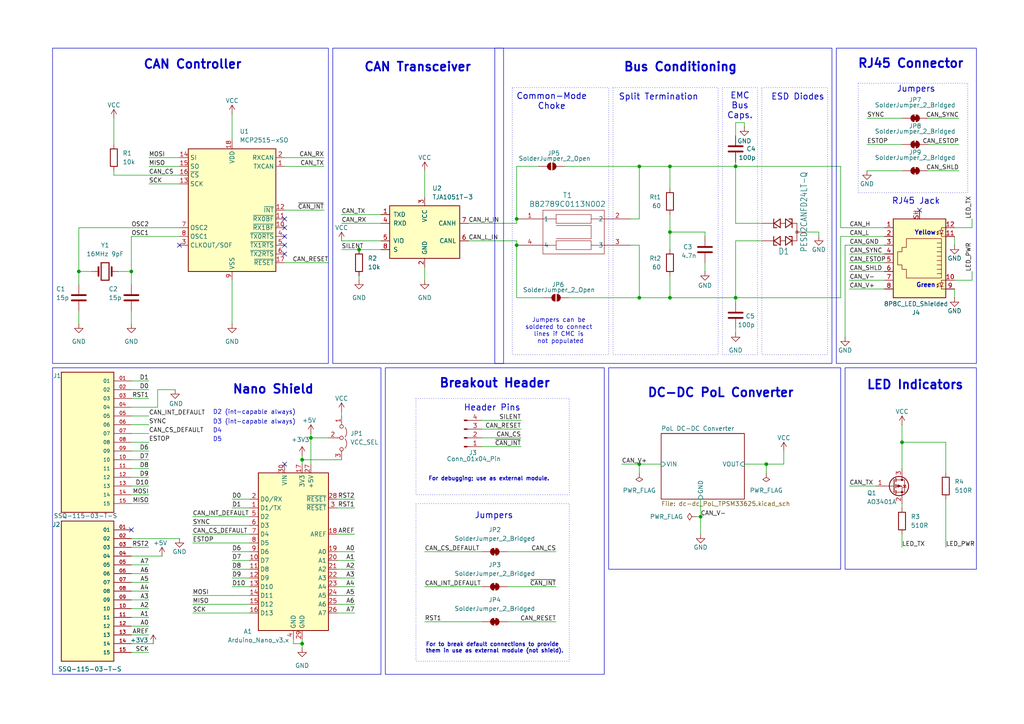
<source format=kicad_sch>
(kicad_sch (version 20250114) (generator "eeschema") (generator_version "9.0")
  (paper "A4")
  (lib_symbols
    (symbol "Connector:8P8C_LED_Shielded" (pin_names (offset 1.016))
      (property "Reference" "J" (at -5.08 13.97 0))
      (property "Value" "8P8C_LED_Shielded" (at 1.27 13.97 0))
      (symbol "8P8C_LED_Shielded_1_1"
        (pin passive line (at -10.16 10.16 0) (length 2.54) (name "~") (number "9"))
        (pin passive line (at -10.16 7.62 0) (length 2.54) (name "~") (number "10"))
        (pin passive line (at -10.16 -5.08 0) (length 2.54) (name "~") (number "11"))
        (pin passive line (at -10.16 -7.62 0) (length 2.54) (name "~") (number "12"))
        (pin passive line (at 0 -12.7 90) (length 2.54) (name "~") (number "SH"))
        (pin passive line (at 10.16 10.16 180) (length 2.54) (name "~") (number "8"))
        (pin passive line (at 10.16 7.62 180) (length 2.54) (name "~") (number "7"))
        (pin passive line (at 10.16 5.08 180) (length 2.54) (name "~") (number "6"))
        (pin passive line (at 10.16 2.54 180) (length 2.54) (name "~") (number "5"))
        (pin passive line (at 10.16 0 180) (length 2.54) (name "~") (number "4"))
        (pin passive line (at 10.16 -2.54 180) (length 2.54) (name "~") (number "3"))
        (pin passive line (at 10.16 -5.08 180) (length 2.54) (name "~") (number "2"))
        (pin passive line (at 10.16 -7.62 180) (length 2.54) (name "~") (number "1"))
      )
    )
    (symbol "Connector:Conn_01x04_Pin" (pin_names (offset 1.016) (hide yes))
      (property "Reference" "J" (at 0 5.08 0))
      (property "Value" "Conn_01x04_Pin" (at 0 -7.62 0))
      (symbol "Conn_01x04_Pin_1_1"
        (pin passive line (at 5.08 2.54 180) (length 3.81) (name "Pin_1") (number "1"))
        (pin passive line (at 5.08 0 180) (length 3.81) (name "Pin_2") (number "2"))
        (pin passive line (at 5.08 -2.54 180) (length 3.81) (name "Pin_3") (number "3"))
        (pin passive line (at 5.08 -5.08 180) (length 3.81) (name "Pin_4") (number "4"))
      )
    )
    (symbol "Device:C" (pin_numbers (hide yes)) (pin_names (offset 0.254))
      (property "Reference" "C" (at 0.635 2.54 0))
      (property "Value" "C" (at 0.635 -2.54 0))
      (symbol "C_1_1"
        (pin passive line (at 0 3.81 270) (length 2.794) (name "~") (number "1"))
        (pin passive line (at 0 -3.81 90) (length 2.794) (name "~") (number "2"))
      )
    )
    (symbol "Device:Crystal" (pin_numbers (hide yes)) (pin_names (offset 1.016) (hide yes))
      (property "Reference" "Y" (at 0 3.81 0))
      (property "Value" "Crystal" (at 0 -3.81 0))
      (symbol "Crystal_1_1"
        (pin passive line (at -3.81 0 0) (length 1.27) (name "1") (number "1"))
        (pin passive line (at 3.81 0 180) (length 1.27) (name "2") (number "2"))
      )
    )
    (symbol "Device:R" (pin_numbers (hide yes)) (pin_names (offset 0))
      (property "Reference" "R" (at 2.032 0 90))
      (property "Value" "R" (at 0 0 90))
      (symbol "R_1_1"
        (pin passive line (at 0 3.81 270) (length 1.27) (name "~") (number "1"))
        (pin passive line (at 0 -3.81 90) (length 1.27) (name "~") (number "2"))
      )
    )
    (symbol "Interface_CAN_LIN:MCP2515-xSO"
      (property "Reference" "U" (at -10.16 19.685 0))
      (property "Value" "MCP2515-xSO" (at 19.05 20.32 0))
      (symbol "MCP2515-xSO_1_1"
        (pin input line (at -15.24 15.24 0) (length 2.54) (name "SI") (number "14"))
        (pin output line (at -15.24 12.7 0) (length 2.54) (name "SO") (number "15"))
        (pin input line (at -15.24 10.16 0) (length 2.54) (name "~{CS}") (number "16"))
        (pin input line (at -15.24 7.62 0) (length 2.54) (name "SCK") (number "13"))
        (pin output line (at -15.24 -5.08 0) (length 2.54) (name "OSC2") (number "7"))
        (pin input line (at -15.24 -7.62 0) (length 2.54) (name "OSC1") (number "8"))
        (pin output line (at -15.24 -10.16 0) (length 2.54) (name "CLKOUT/SOF") (number "3"))
        (pin power_in line (at 0 20.32 270) (length 2.54) (name "VDD") (number "18"))
        (pin power_in line (at 0 -20.32 90) (length 2.54) (name "VSS") (number "9"))
        (pin input line (at 15.24 15.24 180) (length 2.54) (name "RXCAN") (number "2"))
        (pin output line (at 15.24 12.7 180) (length 2.54) (name "TXCAN") (number "1"))
        (pin output line (at 15.24 0 180) (length 2.54) (name "~{INT}") (number "12"))
        (pin output line (at 15.24 -2.54 180) (length 2.54) (name "~{RX0BF}") (number "11"))
        (pin output line (at 15.24 -5.08 180) (length 2.54) (name "~{RX1BF}") (number "10"))
        (pin input line (at 15.24 -7.62 180) (length 2.54) (name "~{TX0RTS}") (number "4"))
        (pin input line (at 15.24 -10.16 180) (length 2.54) (name "~{TX1RTS}") (number "5"))
        (pin input line (at 15.24 -12.7 180) (length 2.54) (name "~{TX2RTS}") (number "6"))
        (pin input line (at 15.24 -15.24 180) (length 2.54) (name "~{RESET}") (number "17"))
      )
    )
    (symbol "Interface_CAN_LIN:TJA1051T-3" (pin_names (offset 1.016))
      (property "Reference" "U" (at -10.16 8.89 0))
      (property "Value" "TJA1051T-3" (at 1.27 8.89 0))
      (symbol "TJA1051T-3_1_1"
        (pin input line (at -12.7 5.08 0) (length 2.54) (name "TXD") (number "1"))
        (pin output line (at -12.7 2.54 0) (length 2.54) (name "RXD") (number "4"))
        (pin power_in line (at -12.7 -2.54 0) (length 2.54) (name "VIO") (number "5"))
        (pin input line (at -12.7 -5.08 0) (length 2.54) (name "S") (number "8"))
        (pin power_in line (at 0 10.16 270) (length 2.54) (name "VCC") (number "3"))
        (pin power_in line (at 0 -10.16 90) (length 2.54) (name "GND") (number "2"))
        (pin bidirectional line (at 12.7 2.54 180) (length 2.54) (name "CANH") (number "7"))
        (pin bidirectional line (at 12.7 -2.54 180) (length 2.54) (name "CANL") (number "6"))
      )
    )
    (symbol "Jumper:Jumper_3_Open" (pin_names (offset 0) (hide yes)) (in_bom no)
      (property "Reference" "JP" (at -2.54 -2.54 0))
      (property "Value" "Jumper_3_Open" (at 0 2.794 0))
      (symbol "Jumper_3_Open_1_1"
        (pin passive line (at -6.35 0 0) (length 2.54) (name "A") (number "1"))
        (pin passive line (at 0 -3.81 90) (length 2.54) (name "C") (number "2"))
        (pin passive line (at 6.35 0 180) (length 2.54) (name "B") (number "3"))
      )
    )
    (symbol "Jumper:SolderJumper_2_Bridged" (pin_numbers (hide yes)) (pin_names (offset 0) (hide yes)) (exclude_from_sim yes) (in_bom no)
      (property "Reference" "JP" (at 0 2.032 0))
      (property "Value" "SolderJumper_2_Bridged" (at 0 -2.54 0))
      (symbol "SolderJumper_2_Bridged_1_1"
        (pin passive line (at -3.81 0 0) (length 2.54) (name "A") (number "1"))
        (pin passive line (at 3.81 0 180) (length 2.54) (name "B") (number "2"))
      )
    )
    (symbol "Jumper:SolderJumper_2_Open" (pin_numbers (hide yes)) (pin_names (offset 0) (hide yes)) (in_bom no)
      (property "Reference" "JP" (at 0 2.032 0))
      (property "Value" "SolderJumper_2_Open" (at 0 -2.54 0))
      (symbol "SolderJumper_2_Open_1_1"
        (pin passive line (at -3.81 0 0) (length 2.54) (name "A") (number "1"))
        (pin passive line (at 3.81 0 180) (length 2.54) (name "B") (number "2"))
      )
    )
    (symbol "MCU_Module:Arduino_Nano_v3.x"
      (property "Reference" "A" (at -10.16 23.495 0))
      (property "Value" "Arduino_Nano_v3.x" (at 5.08 -24.13 0))
      (symbol "Arduino_Nano_v3.x_1_1"
        (pin bidirectional line (at -12.7 15.24 0) (length 2.54) (name "D0/RX") (number "2"))
        (pin bidirectional line (at -12.7 12.7 0) (length 2.54) (name "D1/TX") (number "1"))
        (pin bidirectional line (at -12.7 10.16 0) (length 2.54) (name "D2") (number "5"))
        (pin bidirectional line (at -12.7 7.62 0) (length 2.54) (name "D3") (number "6"))
        (pin bidirectional line (at -12.7 5.08 0) (length 2.54) (name "D4") (number "7"))
        (pin bidirectional line (at -12.7 2.54 0) (length 2.54) (name "D5") (number "8"))
        (pin bidirectional line (at -12.7 0 0) (length 2.54) (name "D6") (number "9"))
        (pin bidirectional line (at -12.7 -2.54 0) (length 2.54) (name "D7") (number "10"))
        (pin bidirectional line (at -12.7 -5.08 0) (length 2.54) (name "D8") (number "11"))
        (pin bidirectional line (at -12.7 -7.62 0) (length 2.54) (name "D9") (number "12"))
        (pin bidirectional line (at -12.7 -10.16 0) (length 2.54) (name "D10") (number "13"))
        (pin bidirectional line (at -12.7 -12.7 0) (length 2.54) (name "D11") (number "14"))
        (pin bidirectional line (at -12.7 -15.24 0) (length 2.54) (name "D12") (number "15"))
        (pin bidirectional line (at -12.7 -17.78 0) (length 2.54) (name "D13") (number "16"))
        (pin power_in line (at -2.54 25.4 270) (length 2.54) (name "VIN") (number "30"))
        (pin power_in line (at 0 -25.4 90) (length 2.54) (name "GND") (number "4"))
        (pin power_out line (at 2.54 25.4 270) (length 2.54) (name "3V3") (number "17"))
        (pin power_in line (at 2.54 -25.4 90) (length 2.54) (name "GND") (number "29"))
        (pin power_out line (at 5.08 25.4 270) (length 2.54) (name "+5V") (number "27"))
        (pin input line (at 12.7 15.24 180) (length 2.54) (name "~{RESET}") (number "28"))
        (pin input line (at 12.7 12.7 180) (length 2.54) (name "~{RESET}") (number "3"))
        (pin input line (at 12.7 5.08 180) (length 2.54) (name "AREF") (number "18"))
        (pin bidirectional line (at 12.7 0 180) (length 2.54) (name "A0") (number "19"))
        (pin bidirectional line (at 12.7 -2.54 180) (length 2.54) (name "A1") (number "20"))
        (pin bidirectional line (at 12.7 -5.08 180) (length 2.54) (name "A2") (number "21"))
        (pin bidirectional line (at 12.7 -7.62 180) (length 2.54) (name "A3") (number "22"))
        (pin bidirectional line (at 12.7 -10.16 180) (length 2.54) (name "A4") (number "23"))
        (pin bidirectional line (at 12.7 -12.7 180) (length 2.54) (name "A5") (number "24"))
        (pin bidirectional line (at 12.7 -15.24 180) (length 2.54) (name "A6") (number "25"))
        (pin bidirectional line (at 12.7 -17.78 180) (length 2.54) (name "A7") (number "26"))
      )
    )
    (symbol "Transistor_FET:AO3401A" (pin_names (hide yes))
      (property "Reference" "Q" (at 5.08 1.905 0))
      (property "Value" "AO3401A" (at 5.08 0 0))
      (symbol "AO3401A_1_1"
        (pin input line (at -5.08 0 0) (length 2.54) (name "G") (number "1"))
        (pin passive line (at 2.54 5.08 270) (length 2.54) (name "D") (number "3"))
        (pin passive line (at 2.54 -5.08 90) (length 2.54) (name "S") (number "2"))
      )
    )
    (symbol "kml-custom:B82789C0113N002" (pin_names (offset 0.254))
      (property "Reference" "U" (at 20.32 7.62 0))
      (property "Value" "B82789C0113N002" (at 20.32 5.08 0))
      (symbol "B82789C0113N002_0_1"
        (pin unspecified line (at 3.81 0 0) (length 7.62) (name "1") (number "1"))
        (pin unspecified line (at 3.81 -7.62 0) (length 7.62) (name "4") (number "4"))
        (pin unspecified line (at 36.83 0 180) (length 7.62) (name "2") (number "2"))
        (pin unspecified line (at 36.83 -7.62 180) (length 7.62) (name "3") (number "3"))
      )
    )
    (symbol "kml-custom:PESD2CANFD24LT-Q"
      (property "Reference" "D1" (at -5.08 5.08 0))
      (property "Value" "PESD2CANFD24LT-Q" (at -5.08 -7.62 0))
      (symbol "PESD2CANFD24LT-Q_1_0"
        (pin passive line (at -7.62 2.54 0) (length 2.54) (name "1") (number "1"))
        (pin passive line (at -7.62 -2.54 0) (length 2.54) (name "2") (number "2"))
        (pin passive line (at 5.08 0 180) (length 2.54) (name "3") (number "3"))
      )
    )
    (symbol "kml-custom:SSQ-115-03-T-S" (pin_names (offset 1.016))
      (property "Reference" "J" (at -8.12 20.32 0))
      (property "Value" "SSQ-115-03-T-S" (at -7.62 -22.86 0))
      (symbol "SSQ-115-03-T-S_0_0"
        (pin passive line (at -12.7 17.78 0) (length 5.08) (name "01") (number "01"))
        (pin passive line (at -12.7 15.24 0) (length 5.08) (name "02") (number "02"))
        (pin passive line (at -12.7 12.7 0) (length 5.08) (name "03") (number "03"))
        (pin passive line (at -12.7 10.16 0) (length 5.08) (name "04") (number "04"))
        (pin passive line (at -12.7 7.62 0) (length 5.08) (name "05") (number "05"))
        (pin passive line (at -12.7 5.08 0) (length 5.08) (name "06") (number "06"))
        (pin passive line (at -12.7 2.54 0) (length 5.08) (name "07") (number "07"))
        (pin passive line (at -12.7 0 0) (length 5.08) (name "08") (number "08"))
        (pin passive line (at -12.7 -2.54 0) (length 5.08) (name "09") (number "09"))
        (pin passive line (at -12.7 -5.08 0) (length 5.08) (name "10") (number "10"))
        (pin passive line (at -12.7 -7.62 0) (length 5.08) (name "11") (number "11"))
        (pin passive line (at -12.7 -10.16 0) (length 5.08) (name "12") (number "12"))
        (pin passive line (at -12.7 -12.7 0) (length 5.08) (name "13") (number "13"))
        (pin passive line (at -12.7 -15.24 0) (length 5.08) (name "14") (number "14"))
        (pin passive line (at -12.7 -17.78 0) (length 5.08) (name "15") (number "15"))
      )
    )
    (symbol "power:+3V3" (power) (pin_numbers (hide yes)) (pin_names (offset 0) (hide yes))
      (property "Value" "+3V3" (at 0 3.556 0))
      (symbol "+3V3_1_1"
        (pin power_in line (at 0 0 90) (length 0) (name "~") (number "1"))
      )
    )
    (symbol "power:+5V" (power) (pin_numbers (hide yes)) (pin_names (offset 0) (hide yes))
      (property "Value" "+5V" (at 0 3.556 0))
      (symbol "+5V_1_1"
        (pin power_in line (at 0 0 90) (length 0) (name "~") (number "1"))
      )
    )
    (symbol "power:GND" (power) (pin_numbers (hide yes)) (pin_names (offset 0) (hide yes))
      (property "Value" "GND" (at 0 -3.81 0))
      (symbol "GND_1_1"
        (pin power_in line (at 0 0 270) (length 0) (name "~") (number "1"))
      )
    )
    (symbol "power:PWR_FLAG" (power) (pin_numbers (hide yes)) (pin_names (offset 0) (hide yes))
      (property "Value" "PWR_FLAG" (at 0 3.81 0))
      (symbol "PWR_FLAG_0_0"
        (pin power_out line (at 0 0 90) (length 0) (name "~") (number "1"))
      )
    )
    (symbol "power:VCC" (power) (pin_numbers (hide yes)) (pin_names (offset 0) (hide yes))
      (property "Value" "VCC" (at 0 3.556 0))
      (symbol "VCC_1_1"
        (pin power_in line (at 0 0 90) (length 0) (name "~") (number "1"))
      )
    )
  )
  (rectangle (start 96.52 13.97) (end 146.05 105.41))
  (rectangle (start 176.53 106.68) (end 243.84 165.1))
  (rectangle (start 143.51 13.97) (end 241.3 105.41))
  (rectangle (start 177.8 25.4) (end 208.28 102.87) (stroke (width 0) (type dot)))
  (rectangle (start 242.57 13.97) (end 283.21 105.41))
  (rectangle (start 148.59 25.4) (end 176.53 102.87) (stroke (width 0) (type dot)))
  (rectangle (start 111.76 106.68) (end 175.26 195.58))
  (rectangle (start 220.98 25.4) (end 240.03 102.87) (stroke (width 0) (type dot)))
  (rectangle (start 245.11 106.68) (end 283.21 165.1))
  (rectangle (start 120.65 115.57) (end 165.1 143.51) (stroke (width 0) (type dot)))
  (rectangle (start 15.24 13.97) (end 95.25 105.41))
  (rectangle (start 15.24 106.68) (end 110.49 195.58))
  (rectangle (start 120.65 146.05) (end 165.1 191.77) (stroke (width 0) (type dot)))
  (rectangle (start 248.92 24.13) (end 280.67 55.88) (stroke (width 0) (type dot)))
  (rectangle (start 209.55 25.4) (end 219.71 102.87) (stroke (width 0) (type dot)))
  (text "Header Pins" (at 142.748 118.364 0) (effects (font (size 1.778 1.778) (thickness 0.2223))))
  (text "EMC\nBus\nCaps." (at 214.63 30.734 0) (effects (font (size 1.778 1.778) (thickness 0.2223))))
  (text "For debugging; use as external module." (at 124.206 138.938 0) (effects (font (size 1.143 1.143) (thickness 0.2223)) (justify left)))
  (text "D5" (at 61.722 127.508 0) (effects (font (size 1.27 1.27)) (justify left)))
  (text "RJ45 Jack" (at 265.684 58.42 0) (effects (font (size 1.778 1.778) (thickness 0.2223))))
  (text "D4" (at 61.722 124.968 0) (effects (font (size 1.27 1.27)) (justify left)))
  (text "Bus Conditioning" (at 197.358 19.558 0) (effects (font (size 2.54 2.54) (thickness 0.508) (bold yes))))
  (text "Breakout Header" (at 143.51 111.252 0) (effects (font (size 2.54 2.54) (thickness 0.508) (bold yes))))
  (text "Jumpers" (at 143.256 149.606 0) (effects (font (size 1.778 1.778) (thickness 0.2223))))
  (text "CAN Controller" (at 55.88 18.796 0) (effects (font (size 2.54 2.54) (thickness 0.508) (bold yes))))
  (text "ESD Diodes" (at 231.394 28.194 0) (effects (font (size 1.778 1.778) (thickness 0.2223))))
  (text "For to break default connections to provide\nthem in use as external module (not shield)." (at 123.444 187.96 0) (effects (font (size 1.143 1.143) (thickness 0.2223)) (justify left)))
  (text "D3 (int-capable always)" (at 61.722 122.428 0) (effects (font (size 1.27 1.27)) (justify left)))
  (text "Split Termination" (at 191.008 28.194 0) (effects (font (size 1.778 1.778) (thickness 0.2223))))
  (text "Jumpers" (at 265.684 25.908 0) (effects (font (size 1.778 1.778) (thickness 0.2223))))
  (text "CAN Transceiver" (at 121.158 19.558 0) (effects (font (size 2.54 2.54) (thickness 0.508) (bold yes))))
  (text "RJ45 Connector" (at 264.16 18.542 0) (effects (font (size 2.54 2.54) (thickness 0.508) (bold yes))))
  (text "LED Indicators" (at 265.43 111.76 0) (effects (font (size 2.54 2.54) (thickness 0.508) (bold yes))))
  (text "CAN-Nano Configuration - Pinout for RJ45 connector\n\n+-----------------------------------------------------+\n| Pin | Signal		| Description                            \n+-----------------------------------------------------+\n| 1   | CAN_H		| CAN_H bus line (dominant high)           \n| 2   | CAN_L		| CAN_L bus line (dominant low)          \n| 3   | CAN_GND		| Ground / 0 V / V-                      \n| 4   | -			| SYNC pin connected to MCU                              \n| 5   | -			| ESTOP pin connected to MCU                                 \n| 6   | (CAN_SHLD)	| Optional (selectable*) CAN Shield                      \n| 7   | (GND)     	| VBUS ground                          \n| 8   | (CAN_V+)  	| VBUS +12V or +24V     \n+-----------------------------------------------------+\n\n* Shielding should be selectable as sometimes it is desirable to disconnect \n  the shield as it can create ground loops in large or complex setups" (at 300.482 86.36 0) (effects (font (size 1.27 1.27)) (justify left)))
  (text "Yellow" (at 265.176 68.326 0) (effects (font (size 1.27 1.27) (bold yes)) (justify left bottom)))
  (text "D2 (int-capable always)" (at 61.722 119.634 0) (effects (font (size 1.27 1.27)) (justify left)))
  (text "DC-DC PoL Converter" (at 209.042 114.046 0) (effects (font (size 2.54 2.54) (thickness 0.508) (bold yes))))
  (text "Jumpers can be \nsoldered to connect \nlines if CMC is \nnot populated" (at 162.56 96.012 0) (effects (font (size 1.27 1.27))))
  (text "Common-Mode\nChoke" (at 160.02 29.464 0) (effects (font (size 1.778 1.778) (thickness 0.2223))))
  (text "Table 7 - Pinout for RJ45 connector\n\n+----------------------------------------------------+\n| Pin | Signal		| Description                            \n+----------------------------------------------------+\n| 1   | CAN_H		| CAN_H bus line (dominant high)           \n| 2   | CAN_L		| CAN_L bus line (dominant low)          \n| 3   | CAN_GND		| Ground / 0 V / V-                      \n| 4   | -			| Reserved                               \n| 5   | -			| Reserved                                  \n| 6   | (CAN_SHLD)	| Optional CAN Shield                      \n| 7   | (GND)     	| Optional ground                          \n| 8   | (CAN_V+)  	| Optional CAN external positive supply     \n+----------------------------------------------------+\n\n© CiA 2017 - All rights reserved\n" (at 300.482 42.164 0) (effects (font (size 1.27 1.27)) (justify left)))
  (text "Nano Shield" (at 79.248 113.03 0) (effects (font (size 2.54 2.54) (thickness 0.508) (bold yes))))
  (text "Green" (at 265.684 83.566 0) (effects (font (size 1.27 1.27) (bold yes)) (justify left bottom)))
  (junction (at 87.63 133.35))
  (junction (at 185.42 86.36))
  (junction (at 194.31 48.26))
  (junction (at 261.62 128.27))
  (junction (at 90.17 127))
  (junction (at 213.36 48.26))
  (junction (at 149.86 63.5))
  (junction (at 104.14 72.39))
  (junction (at 87.63 186.69))
  (junction (at 222.25 134.62))
  (junction (at 22.86 78.74))
  (junction (at 194.31 86.36))
  (junction (at 185.42 48.26))
  (junction (at 149.86 71.12))
  (junction (at 213.36 86.36))
  (junction (at 38.1 78.74))
  (junction (at 185.42 134.62))
  (junction (at 194.31 67.31))
  (junction (at 203.2 149.86))
  (no_connect (at 82.55 71.12))
  (no_connect (at 38.1 153.67))
  (no_connect (at 266.7 60.96))
  (no_connect (at 82.55 66.04))
  (no_connect (at 82.55 73.66))
  (no_connect (at 82.55 134.62))
  (no_connect (at 82.55 68.58))
  (no_connect (at 82.55 63.5))
  (no_connect (at 52.07 71.12))
  (wire (pts (xy 246.38 83.82) (xy 256.54 83.82)))
  (wire (pts (xy 38.1 158.75) (xy 43.18 158.75)))
  (wire (pts (xy 43.18 45.72) (xy 52.07 45.72)))
  (wire (pts (xy 22.86 90.17) (xy 22.86 93.98)))
  (wire (pts (xy 245.11 71.12) (xy 256.54 71.12)))
  (wire (pts (xy 261.62 128.27) (xy 261.62 135.89)))
  (wire (pts (xy 246.38 81.28) (xy 256.54 81.28)))
  (wire (pts (xy 104.14 72.39) (xy 110.49 72.39)))
  (wire (pts (xy 102.87 175.26) (xy 97.79 175.26)))
  (wire (pts (xy 194.31 67.31) (xy 194.31 72.39)))
  (wire (pts (xy 237.49 68.58) (xy 237.49 67.31)))
  (wire (pts (xy 269.24 41.91) (xy 278.13 41.91)) (stroke (width 0.1524)))
  (wire (pts (xy 213.36 48.26) (xy 213.36 46.99)))
  (wire (pts (xy 43.18 48.26) (xy 52.07 48.26)))
  (wire (pts (xy 261.62 123.19) (xy 261.62 128.27)))
  (wire (pts (xy 43.18 120.65) (xy 38.1 120.65)))
  (wire (pts (xy 87.63 133.35) (xy 87.63 134.62)))
  (wire (pts (xy 213.36 69.85) (xy 220.98 69.85)))
  (wire (pts (xy 99.06 62.23) (xy 110.49 62.23)))
  (wire (pts (xy 261.62 146.05) (xy 261.62 147.32)))
  (wire (pts (xy 149.86 48.26) (xy 149.86 63.5)))
  (wire (pts (xy 38.1 82.55) (xy 38.1 78.74)))
  (wire (pts (xy 38.1 90.17) (xy 38.1 93.98)))
  (wire (pts (xy 33.02 50.8) (xy 52.07 50.8)))
  (wire (pts (xy 90.17 127) (xy 90.17 134.62)))
  (wire (pts (xy 102.87 154.94) (xy 97.79 154.94)))
  (wire (pts (xy 102.87 172.72) (xy 97.79 172.72)))
  (wire (pts (xy 87.63 133.35) (xy 99.06 133.35)))
  (wire (pts (xy 246.38 73.66) (xy 256.54 73.66)))
  (wire (pts (xy 102.87 162.56) (xy 97.79 162.56)))
  (wire (pts (xy 67.31 165.1) (xy 72.39 165.1)))
  (wire (pts (xy 185.42 63.5) (xy 182.88 63.5)))
  (wire (pts (xy 43.18 140.97) (xy 38.1 140.97)))
  (wire (pts (xy 55.88 172.72) (xy 67.31 172.72)) (stroke (width 0.1524)))
  (wire (pts (xy 38.1 161.29) (xy 46.99 161.29)))
  (wire (pts (xy 204.47 67.31) (xy 204.47 68.58)))
  (wire (pts (xy 85.09 186.69) (xy 85.09 185.42)))
  (wire (pts (xy 185.42 71.12) (xy 185.42 86.36)))
  (wire (pts (xy 139.7 170.18) (xy 123.19 170.18)) (stroke (width 0.1524)))
  (wire (pts (xy 87.63 132.08) (xy 87.63 133.35)))
  (wire (pts (xy 274.32 144.78) (xy 274.32 158.75)))
  (wire (pts (xy 55.88 175.26) (xy 67.31 175.26)) (stroke (width 0.1524)))
  (wire (pts (xy 276.86 71.12) (xy 276.86 68.58)))
  (wire (pts (xy 43.18 128.27) (xy 38.1 128.27)))
  (wire (pts (xy 147.32 170.18) (xy 161.29 170.18)) (stroke (width 0.1524)))
  (wire (pts (xy 276.86 86.36) (xy 276.86 83.82)))
  (wire (pts (xy 22.86 78.74) (xy 22.86 82.55)) (stroke (width 0.1524)))
  (wire (pts (xy 261.62 128.27) (xy 274.32 128.27)))
  (wire (pts (xy 215.9 35.56) (xy 215.9 36.83)))
  (wire (pts (xy 102.87 177.8) (xy 97.79 177.8)))
  (wire (pts (xy 243.84 68.58) (xy 243.84 86.36)))
  (wire (pts (xy 194.31 80.01) (xy 194.31 86.36)))
  (wire (pts (xy 194.31 67.31) (xy 204.47 67.31)))
  (wire (pts (xy 149.86 63.5) (xy 149.86 64.77)))
  (wire (pts (xy 102.87 165.1) (xy 97.79 165.1)))
  (wire (pts (xy 215.9 35.56) (xy 213.36 35.56)))
  (wire (pts (xy 213.36 95.25) (xy 213.36 96.52)))
  (wire (pts (xy 185.42 134.62) (xy 191.77 134.62)))
  (wire (pts (xy 43.18 113.03) (xy 38.1 113.03)))
  (wire (pts (xy 274.32 128.27) (xy 274.32 137.16)))
  (wire (pts (xy 281.94 66.04) (xy 276.86 66.04)))
  (wire (pts (xy 151.13 121.92) (xy 139.7 121.92)))
  (wire (pts (xy 43.18 176.53) (xy 38.1 176.53)))
  (wire (pts (xy 243.84 66.04) (xy 256.54 66.04)))
  (wire (pts (xy 261.62 34.29) (xy 251.46 34.29)) (stroke (width 0.1524)))
  (wire (pts (xy 204.47 76.2) (xy 204.47 78.74)))
  (wire (pts (xy 55.88 152.4) (xy 72.39 152.4)))
  (wire (pts (xy 22.86 66.04) (xy 52.07 66.04)) (stroke (width 0.1524)))
  (wire (pts (xy 185.42 86.36) (xy 194.31 86.36)))
  (wire (pts (xy 104.14 81.28) (xy 104.14 80.01)))
  (wire (pts (xy 185.42 71.12) (xy 182.88 71.12)))
  (wire (pts (xy 45.72 113.03) (xy 45.72 118.11)))
  (wire (pts (xy 43.18 166.37) (xy 38.1 166.37)))
  (wire (pts (xy 67.31 177.8) (xy 72.39 177.8)))
  (wire (pts (xy 139.7 180.34) (xy 123.19 180.34)) (stroke (width 0.1524)))
  (wire (pts (xy 147.32 160.02) (xy 161.29 160.02)) (stroke (width 0.1524)))
  (wire (pts (xy 194.31 62.23) (xy 194.31 67.31)))
  (wire (pts (xy 269.24 34.29) (xy 278.13 34.29)) (stroke (width 0.1524)))
  (wire (pts (xy 67.31 167.64) (xy 72.39 167.64)))
  (wire (pts (xy 163.83 48.26) (xy 185.42 48.26)))
  (wire (pts (xy 203.2 149.86) (xy 203.2 144.78)))
  (wire (pts (xy 222.25 137.16) (xy 222.25 134.62)))
  (wire (pts (xy 67.31 172.72) (xy 72.39 172.72)))
  (wire (pts (xy 90.17 127) (xy 95.25 127)))
  (wire (pts (xy 43.18 125.73) (xy 38.1 125.73)))
  (wire (pts (xy 261.62 154.94) (xy 261.62 158.75)))
  (wire (pts (xy 194.31 86.36) (xy 213.36 86.36)))
  (wire (pts (xy 43.18 173.99) (xy 38.1 173.99)))
  (wire (pts (xy 67.31 33.02) (xy 67.31 40.64)))
  (wire (pts (xy 269.24 49.53) (xy 278.13 49.53)) (stroke (width 0.1524)))
  (wire (pts (xy 43.18 163.83) (xy 38.1 163.83)))
  (wire (pts (xy 185.42 48.26) (xy 185.42 63.5)))
  (wire (pts (xy 55.88 177.8) (xy 67.31 177.8)) (stroke (width 0.1524)))
  (wire (pts (xy 67.31 162.56) (xy 72.39 162.56)))
  (wire (pts (xy 95.25 76.2) (xy 82.55 76.2)))
  (wire (pts (xy 135.89 64.77) (xy 149.86 64.77)))
  (wire (pts (xy 261.62 49.53) (xy 251.46 49.53)) (stroke (width 0.1524)))
  (wire (pts (xy 213.36 64.77) (xy 220.98 64.77)))
  (wire (pts (xy 123.19 77.47) (xy 123.19 81.28)))
  (wire (pts (xy 33.02 34.29) (xy 33.02 41.91)))
  (wire (pts (xy 99.06 72.39) (xy 104.14 72.39)))
  (wire (pts (xy 99.06 64.77) (xy 110.49 64.77)))
  (wire (pts (xy 55.88 149.86) (xy 72.39 149.86)))
  (wire (pts (xy 38.1 186.69) (xy 44.45 186.69)))
  (wire (pts (xy 43.18 133.35) (xy 38.1 133.35)))
  (wire (pts (xy 38.1 78.74) (xy 34.29 78.74)))
  (wire (pts (xy 38.1 68.58) (xy 38.1 78.74)) (stroke (width 0.1524)))
  (wire (pts (xy 87.63 187.96) (xy 87.63 186.69)))
  (wire (pts (xy 135.89 69.85) (xy 149.86 69.85)))
  (wire (pts (xy 139.7 160.02) (xy 123.19 160.02)) (stroke (width 0.1524)))
  (wire (pts (xy 281.94 81.28) (xy 276.86 81.28)))
  (wire (pts (xy 227.33 130.81) (xy 227.33 134.62)))
  (wire (pts (xy 50.8 113.03) (xy 45.72 113.03)))
  (wire (pts (xy 149.86 69.85) (xy 149.86 71.12)))
  (wire (pts (xy 102.87 147.32) (xy 97.79 147.32)))
  (wire (pts (xy 246.38 76.2) (xy 256.54 76.2)))
  (wire (pts (xy 213.36 48.26) (xy 243.84 48.26)))
  (wire (pts (xy 201.93 149.86) (xy 203.2 149.86)))
  (wire (pts (xy 227.33 134.62) (xy 222.25 134.62)))
  (wire (pts (xy 82.55 45.72) (xy 93.98 45.72)))
  (wire (pts (xy 147.32 180.34) (xy 161.29 180.34)) (stroke (width 0.1524)))
  (wire (pts (xy 149.86 71.12) (xy 149.86 86.36)))
  (wire (pts (xy 149.86 86.36) (xy 157.48 86.36)))
  (wire (pts (xy 149.86 48.26) (xy 156.21 48.26)))
  (wire (pts (xy 246.38 140.97) (xy 254 140.97)))
  (wire (pts (xy 85.09 186.69) (xy 87.63 186.69)))
  (wire (pts (xy 43.18 53.34) (xy 52.07 53.34)))
  (wire (pts (xy 67.31 144.78) (xy 72.39 144.78)))
  (wire (pts (xy 38.1 189.23) (xy 43.18 189.23)))
  (wire (pts (xy 90.17 125.73) (xy 90.17 127)))
  (wire (pts (xy 82.55 48.26) (xy 93.98 48.26)))
  (wire (pts (xy 93.98 60.96) (xy 82.55 60.96)))
  (wire (pts (xy 43.18 138.43) (xy 38.1 138.43)))
  (wire (pts (xy 67.31 160.02) (xy 72.39 160.02)))
  (wire (pts (xy 33.02 49.53) (xy 33.02 50.8)))
  (wire (pts (xy 151.13 127) (xy 139.7 127)))
  (wire (pts (xy 55.88 154.94) (xy 72.39 154.94)))
  (wire (pts (xy 213.36 86.36) (xy 243.84 86.36)))
  (wire (pts (xy 43.18 130.81) (xy 38.1 130.81)))
  (wire (pts (xy 43.18 181.61) (xy 38.1 181.61)))
  (wire (pts (xy 151.13 129.54) (xy 139.7 129.54)))
  (wire (pts (xy 243.84 66.04) (xy 243.84 48.26)))
  (wire (pts (xy 38.1 123.19) (xy 43.18 123.19)))
  (wire (pts (xy 246.38 78.74) (xy 256.54 78.74)))
  (wire (pts (xy 43.18 179.07) (xy 38.1 179.07)))
  (wire (pts (xy 222.25 134.62) (xy 215.9 134.62)))
  (wire (pts (xy 102.87 144.78) (xy 97.79 144.78)))
  (wire (pts (xy 194.31 48.26) (xy 194.31 54.61)))
  (wire (pts (xy 67.31 175.26) (xy 72.39 175.26)))
  (wire (pts (xy 67.31 170.18) (xy 72.39 170.18)))
  (wire (pts (xy 185.42 137.16) (xy 185.42 134.62)))
  (wire (pts (xy 45.72 118.11) (xy 38.1 118.11)))
  (wire (pts (xy 38.1 156.21) (xy 52.07 156.21)))
  (wire (pts (xy 99.06 69.85) (xy 110.49 69.85)))
  (wire (pts (xy 203.2 149.86) (xy 203.2 154.94)))
  (wire (pts (xy 213.36 86.36) (xy 213.36 87.63)))
  (wire (pts (xy 180.34 134.62) (xy 185.42 134.62)))
  (wire (pts (xy 43.18 168.91) (xy 38.1 168.91)))
  (wire (pts (xy 67.31 93.98) (xy 67.31 81.28)))
  (wire (pts (xy 123.19 49.53) (xy 123.19 57.15)))
  (wire (pts (xy 43.18 171.45) (xy 38.1 171.45)))
  (wire (pts (xy 43.18 143.51) (xy 38.1 143.51)))
  (wire (pts (xy 102.87 160.02) (xy 97.79 160.02)))
  (wire (pts (xy 151.13 124.46) (xy 139.7 124.46)))
  (wire (pts (xy 213.36 48.26) (xy 213.36 64.77)))
  (wire (pts (xy 43.18 146.05) (xy 38.1 146.05)))
  (wire (pts (xy 22.86 78.74) (xy 26.67 78.74)) (stroke (width 0.1524)))
  (wire (pts (xy 102.87 170.18) (xy 97.79 170.18)))
  (wire (pts (xy 281.94 63.5) (xy 281.94 66.04)))
  (wire (pts (xy 38.1 68.58) (xy 52.07 68.58)) (stroke (width 0.1524)))
  (wire (pts (xy 99.06 119.38) (xy 99.06 120.65)))
  (wire (pts (xy 245.11 97.79) (xy 245.11 71.12)))
  (wire (pts (xy 55.88 157.48) (xy 72.39 157.48)))
  (wire (pts (xy 87.63 185.42) (xy 87.63 186.69)))
  (wire (pts (xy 213.36 69.85) (xy 213.36 86.36)))
  (wire (pts (xy 38.1 184.15) (xy 43.18 184.15)))
  (wire (pts (xy 67.31 147.32) (xy 72.39 147.32)))
  (wire (pts (xy 243.84 68.58) (xy 256.54 68.58)))
  (wire (pts (xy 194.31 48.26) (xy 213.36 48.26)))
  (wire (pts (xy 165.1 86.36) (xy 185.42 86.36)))
  (wire (pts (xy 281.94 78.74) (xy 281.94 81.28)))
  (wire (pts (xy 43.18 110.49) (xy 38.1 110.49)))
  (wire (pts (xy 213.36 35.56) (xy 213.36 39.37)))
  (wire (pts (xy 261.62 41.91) (xy 251.46 41.91)) (stroke (width 0.1524)))
  (wire (pts (xy 185.42 48.26) (xy 194.31 48.26)))
  (wire (pts (xy 43.18 115.57) (xy 38.1 115.57)))
  (wire (pts (xy 22.86 66.04) (xy 22.86 78.74)) (stroke (width 0.1524)))
  (wire (pts (xy 102.87 167.64) (xy 97.79 167.64)))
  (wire (pts (xy 237.49 67.31) (xy 233.68 67.31)))
  (wire (pts (xy 43.18 135.89) (xy 38.1 135.89)))
  (label "RST1" (at 102.87 147.32 180))
  (label "A0" (at 102.87 160.02 180))
  (label "A1" (at 43.18 179.07 180))
  (label "A3" (at 102.87 167.64 180))
  (label "A5" (at 43.18 168.91 180))
  (label "LED_TX" (at 281.94 63.5 90) (effects (font (size 1.2446 1.2446))))
  (label "RST2" (at 102.87 144.78 180))
  (label "CAN_TX" (at 246.38 140.97 0) (effects (font (size 1.2446 1.2446))))
  (label "CAN_INT_DEFAULT" (at 123.19 170.18 0) (effects (font (size 1.2446 1.2446))))
  (label "ESTOP" (at 55.88 157.48 0))
  (label "CAN_SYNC" (at 278.13 34.29 180) (effects (font (size 1.2446 1.2446))))
  (label "ESTOP" (at 43.18 128.27 0))
  (label "CAN_RX" (at 93.98 45.72 180) (effects (font (size 1.2446 1.2446))))
  (label "A6" (at 102.87 175.26 180))
  (label "CAN_TX" (at 93.98 48.26 180) (effects (font (size 1.2446 1.2446))))
  (label "A0" (at 43.18 181.61 180))
  (label "D1" (at 43.18 110.49 180))
  (label "LED_PWR" (at 281.94 78.74 90) (effects (font (size 1.2446 1.2446))))
  (label "SYNC" (at 55.88 152.4 0))
  (label "CAN_CS_DEFAULT" (at 43.18 125.73 0) (effects (font (size 1.2446 1.2446))))
  (label "CAN_GND" (at 246.38 71.12 0) (effects (font (size 1.2446 1.2446))))
  (label "~{CAN_INT}" (at 93.98 60.96 180) (effects (font (size 1.2446 1.2446))))
  (label "CAN_SHLD" (at 278.13 49.53 180) (effects (font (size 1.2446 1.2446))))
  (label "CAN_TX" (at 99.06 62.23 0) (effects (font (size 1.2446 1.2446))))
  (label "CAN_SHLD" (at 246.38 78.74 0) (effects (font (size 1.2446 1.2446))))
  (label "A6" (at 43.18 166.37 180))
  (label "CAN_CS" (at 151.13 127 180) (effects (font (size 1.2446 1.2446))))
  (label "SCK" (at 43.18 53.34 0) (effects (font (size 1.2446 1.2446))))
  (label "SYNC" (at 251.46 34.29 0))
  (label "A3" (at 43.18 173.99 180))
  (label "AREF" (at 102.87 154.94 180))
  (label "CAN_V+" (at 180.34 134.62 0) (effects (font (size 1.2446 1.2446))))
  (label "D6" (at 43.18 130.81 180))
  (label "D10" (at 67.31 170.18 0))
  (label "OSC1" (at 38.1 68.58 0) (effects (font (size 1.2446 1.2446))))
  (label "A7" (at 102.87 177.8 180))
  (label "A4" (at 102.87 170.18 180))
  (label "D0" (at 67.31 144.78 0))
  (label "CAN_RESET" (at 95.25 76.2 180) (effects (font (size 1.2446 1.2446))))
  (label "SCK" (at 55.88 177.8 0) (effects (font (size 1.2446 1.2446))))
  (label "D7" (at 67.31 162.56 0))
  (label "CAN_H" (at 246.38 66.04 0) (effects (font (size 1.2446 1.2446))))
  (label "MISO" (at 43.18 48.26 0) (effects (font (size 1.2446 1.2446))))
  (label "A1" (at 102.87 162.56 180))
  (label "CAN_L_IN" (at 135.89 69.85 0) (effects (font (size 1.2446 1.2446))))
  (label "CAN_CS" (at 161.29 160.02 180) (effects (font (size 1.2446 1.2446))))
  (label "D10" (at 43.18 140.97 180))
  (label "MOSI" (at 43.18 143.51 180) (effects (font (size 1.2446 1.2446))))
  (label "A2" (at 102.87 165.1 180))
  (label "CAN_ESTOP" (at 246.38 76.2 0) (effects (font (size 1.2446 1.2446))))
  (label "A2" (at 43.18 176.53 180))
  (label "SILENT" (at 99.06 72.39 0) (effects (font (size 1.2446 1.2446))))
  (label "CAN_H_IN" (at 135.89 64.77 0) (effects (font (size 1.2446 1.2446))))
  (label "D0" (at 43.18 113.03 180))
  (label "D8" (at 67.31 165.1 0))
  (label "CAN_INT_DEFAULT" (at 55.88 149.86 0) (effects (font (size 1.2446 1.2446))))
  (label "~{CAN_INT}" (at 161.29 170.18 180) (effects (font (size 1.2446 1.2446))))
  (label "D9" (at 43.18 138.43 180))
  (label "D8" (at 43.18 135.89 180))
  (label "OSC2" (at 38.1 66.04 0) (effects (font (size 1.2446 1.2446))))
  (label "SILENT" (at 151.13 121.92 180) (effects (font (size 1.2446 1.2446))))
  (label "SCK" (at 43.18 189.23 180) (effects (font (size 1.2446 1.2446))))
  (label "CAN_V-" (at 203.2 149.86 0) (effects (font (size 1.2446 1.2446))))
  (label "D6" (at 67.31 160.02 0))
  (label "LED_TX" (at 261.62 158.75 0) (effects (font (size 1.2446 1.2446))))
  (label "CAN_SYNC" (at 246.38 73.66 0) (effects (font (size 1.2446 1.2446))))
  (label "MOSI" (at 43.18 45.72 0) (effects (font (size 1.2446 1.2446))))
  (label "CAN_CS_DEFAULT" (at 55.88 154.94 0) (effects (font (size 1.2446 1.2446))))
  (label "A5" (at 102.87 172.72 180))
  (label "AREF" (at 43.18 184.15 180))
  (label "MOSI" (at 55.88 172.72 0) (effects (font (size 1.2446 1.2446))))
  (label "RST2" (at 43.18 158.75 180))
  (label "D9" (at 67.31 167.64 0))
  (label "CAN_ESTOP" (at 278.13 41.91 180) (effects (font (size 1.2446 1.2446))))
  (label "MISO" (at 55.88 175.26 0) (effects (font (size 1.2446 1.2446))))
  (label "CAN_RESET" (at 151.13 124.46 180) (effects (font (size 1.2446 1.2446))))
  (label "D1" (at 67.31 147.32 0))
  (label "CAN_V-" (at 246.38 81.28 0) (effects (font (size 1.2446 1.2446))))
  (label "ESTOP" (at 251.46 41.91 0))
  (label "LED_PWR" (at 274.32 158.75 0) (effects (font (size 1.2446 1.2446))))
  (label "SYNC" (at 43.18 123.19 0))
  (label "MISO" (at 43.18 146.05 180) (effects (font (size 1.2446 1.2446))))
  (label "A4" (at 43.18 171.45 180))
  (label "RST1" (at 43.18 115.57 180))
  (label "CAN_CS" (at 43.18 50.8 0) (effects (font (size 1.2446 1.2446))))
  (label "RST1" (at 123.19 180.34 0))
  (label "A7" (at 43.18 163.83 180))
  (label "CAN_CS_DEFAULT" (at 123.19 160.02 0) (effects (font (size 1.2446 1.2446))))
  (label "D7" (at 43.18 133.35 180))
  (label "~{CAN_INT}" (at 151.13 129.54 180) (effects (font (size 1.2446 1.2446))))
  (label "CAN_V+" (at 246.38 83.82 0) (effects (font (size 1.2446 1.2446))))
  (label "CAN_L" (at 246.38 68.58 0) (effects (font (size 1.2446 1.2446))))
  (label "CAN_RESET" (at 161.29 180.34 180) (effects (font (size 1.2446 1.2446))))
  (label "CAN_INT_DEFAULT" (at 43.18 120.65 0) (effects (font (size 1.2446 1.2446))))
  (label "CAN_RX" (at 99.06 64.77 0) (effects (font (size 1.2446 1.2446))))
  (symbol (lib_id "Interface_CAN_LIN:TJA1051T-3") (at 123.19 67.31 0) (unit 1)
    (property "Reference" "U2" (at 125.3841 54.61 0) (effects (justify left)))
    (property "Value" "TJA1051T-3" (at 125.3841 57.15 0) (effects (justify left)))
    (property "Footprint" "Package_SO:SOIC-8_3.9x4.9mm_P1.27mm" (effects (hide yes)))
    (property "Datasheet" "http://www.nxp.com/docs/en/data-sheet/TJA1051.pdf" (effects (hide yes)))
    (property "Description" "High-Speed CAN Transceiver, separate VIO, silent mode, SOIC-8" (effects (hide yes)))
  )
  (symbol (lib_id "Jumper:SolderJumper_2_Bridged") (at 143.51 180.34 0) (unit 1) (in_bom no)
    (property "Reference" "JP4" (at 143.51 173.99 0))
    (property "Value" "SolderJumper_2_Bridged" (at 143.51 176.53 0))
    (property "Footprint" "Jumper:SolderJumper-2_P1.3mm_Bridged_RoundedPad1.0x1.5mm" (effects (hide yes)))
    (property "Description" "Solder Jumper, 2-pole, closed/bridged" (effects (hide yes)))
  )
  (symbol (lib_id "Device:R") (at 261.62 151.13 0) (unit 1)
    (property "Reference" "R3" (at 264.16 149.8599 0) (effects (justify left)))
    (property "Value" "510R" (at 264.16 152.3999 0) (effects (justify left)))
    (property "Footprint" "Resistor_SMD:R_0805_2012Metric_Pad1.20x1.40mm_HandSolder" (effects (hide yes)))
    (property "Description" "Resistor" (effects (hide yes)))
  )
  (symbol (lib_id "power:VCC") (at 99.06 119.38 0) (unit 1)
    (property "Reference" "#PWR014" (effects (hide yes)))
    (property "Value" "VCC" (at 99.06 115.57 0))
    (property "Description" "Power symbol creates a global label with name \"VCC\"" (effects (hide yes)))
  )
  (symbol (lib_id "Jumper:SolderJumper_2_Bridged") (at 265.43 34.29 0) (unit 1) (in_bom no)
    (property "Reference" "JP7" (at 265.43 28.956 0))
    (property "Value" "SolderJumper_2_Bridged" (at 265.43 30.48 0))
    (property "Footprint" "Jumper:SolderJumper-2_P1.3mm_Bridged_RoundedPad1.0x1.5mm" (effects (hide yes)))
    (property "Description" "Solder Jumper, 2-pole, closed/bridged" (effects (hide yes)))
  )
  (symbol (lib_id "Jumper:SolderJumper_2_Open") (at 161.29 86.36 0) (unit 1) (in_bom no)
    (property "Reference" "JP6" (at 160.02 82.55 0) (effects (justify left)))
    (property "Value" "SolderJumper_2_Open" (at 151.638 84.074 0) (effects (justify left)))
    (property "Footprint" "Jumper:SolderJumper-2_P1.3mm_Open_RoundedPad1.0x1.5mm" (effects (hide yes)))
    (property "Description" "Solder Jumper, 2-pole, open" (effects (hide yes)))
  )
  (symbol (lib_id "Jumper:SolderJumper_2_Bridged") (at 265.43 49.53 0) (unit 1) (in_bom no)
    (property "Reference" "JP9" (at 265.43 44.196 0))
    (property "Value" "SolderJumper_2_Bridged" (at 265.43 45.72 0))
    (property "Footprint" "Jumper:SolderJumper-2_P1.3mm_Bridged_RoundedPad1.0x1.5mm" (effects (hide yes)))
    (property "Description" "Solder Jumper, 2-pole, closed/bridged" (effects (hide yes)))
  )
  (symbol (lib_id "power:GND") (at 251.46 49.53 0) (mirror y) (unit 1)
    (property "Reference" "#PWR025" (effects (hide yes)))
    (property "Value" "GND" (at 251.46 53.34 0))
    (property "Description" "Power symbol creates a global label with name \"GND\" , ground" (effects (hide yes)))
  )
  (symbol (lib_id "power:GND") (at 67.31 93.98 0) (unit 1)
    (property "Reference" "#PWR09" (effects (hide yes)))
    (property "Value" "GND" (at 67.31 99.06 0))
    (property "Description" "Power symbol creates a global label with name \"GND\" , ground" (effects (hide yes)))
  )
  (symbol (lib_id "Transistor_FET:AO3401A") (at 259.08 140.97 0) (unit 1)
    (property "Reference" "Q1" (at 251.46 143.002 0) (effects (justify left)))
    (property "Value" "AO3401A" (at 251.46 145.542 0) (effects (justify left)))
    (property "Footprint" "Package_TO_SOT_SMD:SOT-23" (effects (hide yes)))
    (property "Datasheet" "http://www.aosmd.com/pdfs/datasheet/AO3401A.pdf" (effects (hide yes)))
    (property "Description" "-4.0A Id, -30V Vds, P-Channel MOSFET, SOT-23" (effects (hide yes)))
  )
  (symbol (lib_id "power:GND") (at 87.63 187.96 0) (unit 1)
    (property "Reference" "#PWR011" (effects (hide yes)))
    (property "Value" "GND" (at 87.63 193.04 0))
    (property "Description" "Power symbol creates a global label with name \"GND\" , ground" (effects (hide yes)))
  )
  (symbol (lib_id "power:VCC") (at 67.31 33.02 0) (unit 1)
    (property "Reference" "#PWR08" (effects (hide yes)))
    (property "Value" "VCC" (at 67.31 29.21 0))
    (property "Description" "Power symbol creates a global label with name \"VCC\"" (effects (hide yes)))
  )
  (symbol (lib_id "Device:R") (at 194.31 58.42 0) (mirror y) (unit 1)
    (property "Reference" "Rt1" (at 191.77 57.1499 0) (effects (justify left)))
    (property "Value" "60" (at 191.77 59.6899 0) (effects (justify left)))
    (property "Footprint" "Resistor_SMD:R_0603_1608Metric_Pad0.98x0.95mm_HandSolder" (effects (hide yes)))
    (property "Description" "Resistor" (effects (hide yes)))
  )
  (symbol (lib_id "power:GND") (at 104.14 81.28 0) (unit 1)
    (property "Reference" "#PWR015" (effects (hide yes)))
    (property "Value" "GND" (at 104.14 86.36 0))
    (property "Description" "Power symbol creates a global label with name \"GND\" , ground" (effects (hide yes)))
  )
  (symbol (lib_id "power:GND") (at 50.8 113.03 0) (mirror y) (unit 1)
    (property "Reference" "#PWR06" (effects (hide yes)))
    (property "Value" "GND" (at 51.054 117.094 0))
    (property "Description" "Power symbol creates a global label with name \"GND\" , ground" (effects (hide yes)))
  )
  (symbol (lib_id "power:GND") (at 123.19 81.28 0) (unit 1)
    (property "Reference" "#PWR017" (effects (hide yes)))
    (property "Value" "GND" (at 123.19 86.36 0))
    (property "Description" "Power symbol creates a global label with name \"GND\" , ground" (effects (hide yes)))
  )
  (symbol (lib_id "kml-custom:SSQ-115-03-T-S") (at 25.4 128.27 0) (mirror y) (unit 1)
    (property "Reference" "J1" (at 17.78 108.966 0) (effects (justify left)))
    (property "Value" "SSQ-115-03-T-S" (at 34.036 149.606 0) (effects (justify left)))
    (property "Footprint" "kml-custom:SAMTEC_SSQ-115-03-T-S" (effects (hide yes)))
    (property "PARTREV" "R" (effects (hide yes)))
    (property "STANDARD" "Manufacturer Recommendations" (effects (hide yes)))
    (property "MANUFACTURER" "Samtec" (effects (hide yes)))
  )
  (symbol (lib_id "power:PWR_FLAG") (at 222.25 137.16 180) (unit 1)
    (property "Reference" "#FLG04" (effects (hide yes)))
    (property "Value" "PWR_FLAG" (at 222.25 142.24 0))
    (property "Description" "Special symbol for telling ERC where power comes from" (effects (hide yes)))
  )
  (symbol (lib_id "power:VCC") (at 99.06 69.85 0) (unit 1)
    (property "Reference" "#PWR013" (effects (hide yes)))
    (property "Value" "VCC" (at 99.06 66.04 0))
    (property "Description" "Power symbol creates a global label with name \"VCC\"" (effects (hide yes)))
  )
  (symbol (lib_id "Device:R") (at 194.31 76.2 0) (mirror y) (unit 1)
    (property "Reference" "Rt2" (at 191.77 74.9299 0) (effects (justify left)))
    (property "Value" "60" (at 191.77 77.4699 0) (effects (justify left)))
    (property "Footprint" "Resistor_SMD:R_0603_1608Metric_Pad0.98x0.95mm_HandSolder" (effects (hide yes)))
    (property "Description" "Resistor" (effects (hide yes)))
  )
  (symbol (lib_id "Device:R") (at 274.32 140.97 0) (unit 1)
    (property "Reference" "R4" (at 276.86 139.6999 0) (effects (justify left)))
    (property "Value" "510R" (at 276.86 142.2399 0) (effects (justify left)))
    (property "Footprint" "Resistor_SMD:R_0805_2012Metric_Pad1.20x1.40mm_HandSolder" (effects (hide yes)))
    (property "Description" "Resistor" (effects (hide yes)))
  )
  (symbol (lib_id "Device:C") (at 38.1 86.36 0) (unit 1)
    (property "Reference" "C2" (at 31.496 83.82 0) (effects (justify left)))
    (property "Value" "15p" (at 31.496 86.36 0) (effects (justify left)))
    (property "Footprint" "Capacitor_SMD:C_0603_1608Metric_Pad1.08x0.95mm_HandSolder" (effects (hide yes)))
    (property "Description" "Unpolarized capacitor" (effects (hide yes)))
  )
  (symbol (lib_id "power:GND") (at 203.2 154.94 0) (mirror y) (unit 1)
    (property "Reference" "#PWR018" (effects (hide yes)))
    (property "Value" "GND" (at 203.2 158.75 0))
    (property "Description" "Power symbol creates a global label with name \"GND\" , ground" (effects (hide yes)))
  )
  (symbol (lib_id "power:GND") (at 52.07 156.21 0) (mirror y) (unit 1)
    (property "Reference" "#PWR07" (effects (hide yes)))
    (property "Value" "GND" (at 52.07 160.02 0))
    (property "Description" "Power symbol creates a global label with name \"GND\" , ground" (effects (hide yes)))
  )
  (symbol (lib_id "power:GND") (at 38.1 93.98 0) (unit 1)
    (property "Reference" "#PWR03" (effects (hide yes)))
    (property "Value" "GND" (at 38.1 99.06 0))
    (property "Description" "Power symbol creates a global label with name \"GND\" , ground" (effects (hide yes)))
  )
  (symbol (lib_id "power:GND") (at 22.86 93.98 0) (unit 1)
    (property "Reference" "#PWR01" (effects (hide yes)))
    (property "Value" "GND" (at 22.86 99.06 0))
    (property "Description" "Power symbol creates a global label with name \"GND\" , ground" (effects (hide yes)))
  )
  (symbol (lib_id "power:GND") (at 204.47 78.74 0) (unit 1)
    (property "Reference" "#PWR019" (effects (hide yes)))
    (property "Value" "GND" (at 204.47 82.804 0))
    (property "Description" "Power symbol creates a global label with name \"GND\" , ground" (effects (hide yes)))
  )
  (symbol (lib_id "MCU_Module:Arduino_Nano_v3.x") (at 85.09 160.02 0) (unit 1) (on_board no)
    (property "Reference" "A1" (at 70.612 183.134 0) (effects (justify left)))
    (property "Value" "Arduino_Nano_v3.x" (at 66.04 185.674 0) (effects (justify left)))
    (property "Footprint" "Module:Arduino_Nano" (effects (hide yes)))
    (property "Datasheet" "http://www.mouser.com/pdfdocs/Gravitech_Arduino_Nano3_0.pdf" (effects (hide yes)))
    (property "Description" "Arduino Nano v3.x" (effects (hide yes)))
  )
  (symbol (lib_id "power:VCC") (at 261.62 123.19 0) (unit 1)
    (property "Reference" "#PWR026" (effects (hide yes)))
    (property "Value" "VCC" (at 261.62 119.38 0))
    (property "Description" "Power symbol creates a global label with name \"VCC\"" (effects (hide yes)))
  )
  (symbol (lib_id "power:VCC") (at 227.33 130.81 0) (unit 1)
    (property "Reference" "#PWR022" (effects (hide yes)))
    (property "Value" "VCC" (at 227.33 127 0))
    (property "Description" "Power symbol creates a global label with name \"VCC\"" (effects (hide yes)))
  )
  (symbol (lib_id "power:GND") (at 237.49 68.58 0) (mirror y) (unit 1)
    (property "Reference" "#PWR023" (effects (hide yes)))
    (property "Value" "GND" (at 237.49 72.39 0))
    (property "Description" "Power symbol creates a global label with name \"GND\" , ground" (effects (hide yes)))
  )
  (symbol (lib_id "power:GND") (at 213.36 96.52 0) (unit 1)
    (property "Reference" "#PWR020" (effects (hide yes)))
    (property "Value" "GND" (at 213.36 101.6 0))
    (property "Description" "Power symbol creates a global label with name \"GND\" , ground" (effects (hide yes)))
  )
  (symbol (lib_id "Jumper:SolderJumper_2_Bridged") (at 143.51 170.18 0) (unit 1) (in_bom no)
    (property "Reference" "JP3" (at 143.51 163.83 0))
    (property "Value" "SolderJumper_2_Bridged" (at 143.51 166.37 0))
    (property "Footprint" "Jumper:SolderJumper-2_P1.3mm_Bridged_RoundedPad1.0x1.5mm" (effects (hide yes)))
    (property "Description" "Solder Jumper, 2-pole, closed/bridged" (effects (hide yes)))
  )
  (symbol (lib_id "power:GND") (at 276.86 71.12 0) (mirror y) (unit 1)
    (property "Reference" "#PWR027" (effects (hide yes)))
    (property "Value" "GND" (at 276.86 74.93 0))
    (property "Description" "Power symbol creates a global label with name \"GND\" , ground" (effects (hide yes)))
  )
  (symbol (lib_id "power:+5V") (at 46.99 161.29 0) (unit 1)
    (property "Reference" "#PWR05" (effects (hide yes)))
    (property "Value" "+5V" (at 46.482 157.48 0))
    (property "Description" "Power symbol creates a global label with name \"+5V\"" (effects (hide yes)))
  )
  (symbol (lib_id "Device:R") (at 104.14 76.2 0) (unit 1)
    (property "Reference" "R2" (at 106.68 74.9299 0) (effects (justify left)))
    (property "Value" "10k" (at 106.68 77.4699 0) (effects (justify left)))
    (property "Footprint" "Resistor_SMD:R_0805_2012Metric_Pad1.20x1.40mm_HandSolder" (effects (hide yes)))
    (property "Description" "Resistor" (effects (hide yes)))
  )
  (symbol (lib_id "Device:C") (at 204.47 72.39 0) (unit 1)
    (property "Reference" "C3" (at 198.12 71.628 0) (effects (justify left)))
    (property "Value" "4.7n" (at 197.612 74.168 0) (effects (justify left)))
    (property "Footprint" "Capacitor_SMD:C_0805_2012Metric_Pad1.18x1.45mm_HandSolder" (effects (hide yes)))
    (property "Description" "Unpolarized capacitor" (effects (hide yes)))
  )
  (symbol (lib_id "power:+3V3") (at 87.63 132.08 0) (unit 1)
    (property "Reference" "#PWR010" (effects (hide yes)))
    (property "Value" "+3V3" (at 87.122 127.508 0))
    (property "Description" "Power symbol creates a global label with name \"+3V3\"" (effects (hide yes)))
  )
  (symbol (lib_id "power:+3V3") (at 44.45 186.69 0) (unit 1)
    (property "Reference" "#PWR04" (effects (hide yes)))
    (property "Value" "+3V3" (at 40.386 185.674 0))
    (property "Description" "Power symbol creates a global label with name \"+3V3\"" (effects (hide yes)))
  )
  (symbol (lib_id "kml-custom:PESD2CANFD24LT-Q") (at 228.6 67.31 0) (unit 1)
    (property "Reference" "D1" (at 227.33 72.898 0) (effects (font (size 1.778 1.5113))))
    (property "Value" "PESD2CANFD24LT-Q" (at 233.172 61.468 90) (effects (font (size 1.778 1.5113))))
    (property "Footprint" "Package_TO_SOT_SMD:TSOT-23" (effects (hide yes)))
  )
  (symbol (lib_id "power:GND") (at 276.86 86.36 0) (mirror y) (unit 1)
    (property "Reference" "#PWR028" (effects (hide yes)))
    (property "Value" "GND" (at 276.86 90.17 0))
    (property "Description" "Power symbol creates a global label with name \"GND\" , ground" (effects (hide yes)))
  )
  (symbol (lib_id "power:VCC") (at 123.19 49.53 0) (unit 1)
    (property "Reference" "#PWR016" (effects (hide yes)))
    (property "Value" "VCC" (at 123.19 45.72 0))
    (property "Description" "Power symbol creates a global label with name \"VCC\"" (effects (hide yes)))
  )
  (symbol (lib_id "kml-custom:SSQ-115-03-T-S") (at 25.4 171.45 0) (mirror y) (unit 1)
    (property "Reference" "J2" (at 17.526 152.146 0) (effects (justify left)))
    (property "Value" "SSQ-115-03-T-S" (at 35.306 194.056 0) (effects (justify left)))
    (property "Footprint" "kml-custom:SAMTEC_SSQ-115-03-T-S" (effects (hide yes)))
    (property "PARTREV" "R" (effects (hide yes)))
    (property "STANDARD" "Manufacturer Recommendations" (effects (hide yes)))
    (property "MANUFACTURER" "Samtec" (effects (hide yes)))
  )
  (symbol (lib_id "kml-custom:B82789C0113N002") (at 146.05 63.5 0) (unit 1)
    (property "Reference" "T1" (at 164.592 56.642 0) (effects (font (size 1.524 1.524))))
    (property "Value" "B82789C0113N002" (at 164.592 59.182 0) (effects (font (size 1.524 1.524))))
    (property "Footprint" "kml-custom:SMT_13N002_TDK" (effects (hide yes)))
    (property "Datasheet" "B82789C0113N002" (effects (hide yes)))
  )
  (symbol (lib_id "Device:C") (at 22.86 86.36 0) (unit 1)
    (property "Reference" "C1" (at 16.256 83.82 0) (effects (justify left)))
    (property "Value" "15p" (at 16.256 86.36 0) (effects (justify left)))
    (property "Footprint" "Capacitor_SMD:C_0603_1608Metric_Pad1.08x0.95mm_HandSolder" (effects (hide yes)))
    (property "Description" "Unpolarized capacitor" (effects (hide yes)))
  )
  (symbol (lib_id "Device:C") (at 213.36 91.44 0) (mirror y) (unit 1)
    (property "Reference" "C5" (at 218.948 91.694 0) (effects (justify left)))
    (property "Value" "100p" (at 218.948 94.234 0) (effects (justify left)))
    (property "Footprint" "Capacitor_SMD:C_0603_1608Metric_Pad1.08x0.95mm_HandSolder" (effects (hide yes)))
    (property "Description" "Unpolarized capacitor" (effects (hide yes)))
  )
  (symbol (lib_id "power:+5V") (at 90.17 125.73 0) (unit 1)
    (property "Reference" "#PWR012" (effects (hide yes)))
    (property "Value" "+5V" (at 89.662 121.92 0))
    (property "Description" "Power symbol creates a global label with name \"+5V\"" (effects (hide yes)))
  )
  (symbol (lib_id "Jumper:SolderJumper_2_Bridged") (at 143.51 160.02 0) (unit 1) (in_bom no)
    (property "Reference" "JP2" (at 143.51 153.67 0))
    (property "Value" "SolderJumper_2_Bridged" (at 143.51 156.21 0))
    (property "Footprint" "Jumper:SolderJumper-2_P1.3mm_Bridged_RoundedPad1.0x1.5mm" (effects (hide yes)))
    (property "Description" "Solder Jumper, 2-pole, closed/bridged" (effects (hide yes)))
  )
  (symbol (lib_id "power:VCC") (at 33.02 34.29 0) (unit 1)
    (property "Reference" "#PWR02" (effects (hide yes)))
    (property "Value" "VCC" (at 33.02 30.48 0))
    (property "Description" "Power symbol creates a global label with name \"VCC\"" (effects (hide yes)))
  )
  (symbol (lib_id "Device:Crystal") (at 30.48 78.74 0) (unit 1)
    (property "Reference" "Y1" (at 30.48 71.12 0))
    (property "Value" "16MHz 9pF" (at 30.48 73.66 0))
    (property "Footprint" "Crystal:Crystal_SMD_3225-4Pin_3.2x2.5mm_HandSoldering" (effects (hide yes)))
    (property "Description" "Two pin crystal" (effects (hide yes)))
  )
  (symbol (lib_id "power:PWR_FLAG") (at 185.42 137.16 180) (unit 1)
    (property "Reference" "#FLG02" (effects (hide yes)))
    (property "Value" "PWR_FLAG" (at 185.42 142.24 0))
    (property "Description" "Special symbol for telling ERC where power comes from" (effects (hide yes)))
  )
  (symbol (lib_id "Jumper:SolderJumper_2_Bridged") (at 265.43 41.91 0) (unit 1) (in_bom no)
    (property "Reference" "JP8" (at 265.43 36.576 0))
    (property "Value" "SolderJumper_2_Bridged" (at 265.43 38.1 0))
    (property "Footprint" "Jumper:SolderJumper-2_P1.3mm_Bridged_RoundedPad1.0x1.5mm" (effects (hide yes)))
    (property "Description" "Solder Jumper, 2-pole, closed/bridged" (effects (hide yes)))
  )
  (symbol (lib_id "Jumper:SolderJumper_2_Open") (at 160.02 48.26 0) (unit 1) (in_bom no)
    (property "Reference" "JP5" (at 158.75 44.45 0) (effects (justify left)))
    (property "Value" "SolderJumper_2_Open" (at 150.368 45.974 0) (effects (justify left)))
    (property "Footprint" "Jumper:SolderJumper-2_P1.3mm_Open_RoundedPad1.0x1.5mm" (effects (hide yes)))
    (property "Description" "Solder Jumper, 2-pole, open" (effects (hide yes)))
  )
  (symbol (lib_id "Jumper:Jumper_3_Open") (at 99.06 127 270) (unit 1) (in_bom no)
    (property "Reference" "JP1" (at 101.6 125.7299 90) (effects (justify left)))
    (property "Value" "VCC_SEL" (at 101.6 128.2699 90) (effects (justify left)))
    (property "Footprint" "Jumper:SolderJumper-3_P1.3mm_Open_RoundedPad1.0x1.5mm" (effects (hide yes)))
    (property "Description" "Jumper, 3-pole, both open" (effects (hide yes)))
  )
  (symbol (lib_id "power:PWR_FLAG") (at 201.93 149.86 90) (unit 1)
    (property "Reference" "#FLG03" (effects (hide yes)))
    (property "Value" "PWR_FLAG" (at 198.12 149.8599 90) (effects (justify left)))
    (property "Description" "Special symbol for telling ERC where power comes from" (effects (hide yes)))
  )
  (symbol (lib_id "Connector:8P8C_LED_Shielded") (at 266.7 73.66 180) (unit 1)
    (property "Reference" "J4" (at 265.684 90.678 0))
    (property "Value" "8P8C_LED_Shielded" (at 265.684 88.138 0))
    (property "Footprint" "kml-custom:25015504-RJ45" (effects (hide yes)))
    (property "Description" "RJ connector, 8P8C (8 positions 8 connected), two LEDs, RJ45, Shielded" (effects (hide yes)))
  )
  (symbol (lib_id "Interface_CAN_LIN:MCP2515-xSO") (at 67.31 60.96 0) (unit 1)
    (property "Reference" "U1" (at 69.5041 38.1 0) (effects (justify left)))
    (property "Value" "MCP2515-xSO" (at 69.5041 40.64 0) (effects (justify left)))
    (property "Footprint" "Package_SO:SOIC-18W_7.5x11.6mm_P1.27mm" (effects (hide yes)))
    (property "Datasheet" "http://ww1.microchip.com/downloads/en/DeviceDoc/21801e.pdf" (effects (hide yes)))
    (property "Description" "Stand-Alone CAN Controller with SPI Interface, SOIC-18" (effects (hide yes)))
  )
  (symbol (lib_id "Device:C") (at 213.36 43.18 0) (mirror y) (unit 1)
    (property "Reference" "C4" (at 219.202 43.18 0) (effects (justify left)))
    (property "Value" "100p" (at 219.202 45.72 0) (effects (justify left)))
    (property "Footprint" "Capacitor_SMD:C_0603_1608Metric_Pad1.08x0.95mm_HandSolder" (effects (hide yes)))
    (property "Description" "Unpolarized capacitor" (effects (hide yes)))
  )
  (symbol (lib_id "power:GND") (at 215.9 36.83 0) (unit 1)
    (property "Reference" "#PWR021" (effects (hide yes)))
    (property "Value" "GND" (at 215.9 40.894 0))
    (property "Description" "Power symbol creates a global label with name \"GND\" , ground" (effects (hide yes)))
  )
  (symbol (lib_id "power:GND") (at 245.11 97.79 0) (mirror y) (unit 1)
    (property "Reference" "#PWR024" (effects (hide yes)))
    (property "Value" "GND" (at 245.11 101.6 0))
    (property "Description" "Power symbol creates a global label with name \"GND\" , ground" (effects (hide yes)))
  )
  (symbol (lib_id "Device:R") (at 33.02 45.72 0) (unit 1)
    (property "Reference" "R1" (at 35.56 44.4499 0) (effects (justify left)))
    (property "Value" "10k" (at 35.56 46.9899 0) (effects (justify left)))
    (property "Footprint" "Resistor_SMD:R_0805_2012Metric_Pad1.20x1.40mm_HandSolder" (effects (hide yes)))
    (property "Description" "Resistor" (effects (hide yes)))
  )
  (symbol (lib_id "Connector:Conn_01x04_Pin") (at 134.62 127 0) (mirror x) (unit 1)
    (property "Reference" "J3" (at 137.16 131.318 0))
    (property "Value" "Conn_01x04_Pin" (at 137.414 133.096 0))
    (property "Footprint" "Connector_PinHeader_2.54mm:PinHeader_1x04_P2.54mm_Horizontal" (effects (hide yes)))
    (property "Description" "Generic connector, single row, 01x04, script generated" (effects (hide yes)))
  )
  (sheet (at 191.77 125.73) (size 24.13 19.05) (stroke (width 0.1524))
    (property "Sheetname" "PoL DC-DC Converter" (at 191.77 125.0184 0) (effects (justify left bottom)))
    (property "Sheetfile" "dc-dc_PoL_TPSM33625.kicad_sch" (at 191.77 145.3646 0) (effects (justify left top)))
    (pin "GND" input (at 203.2 144.78 270))
    (pin "VIN" input (at 191.77 134.62 180))
    (pin "VOUT" input (at 215.9 134.62 0))
  )
)
</source>
